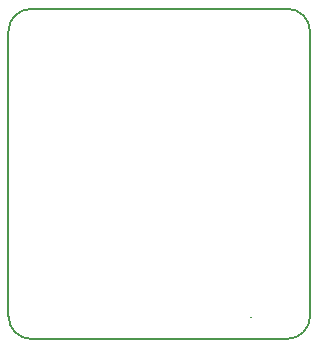
<source format=gbr>
G04 #@! TF.FileFunction,Profile,NP*
%FSLAX46Y46*%
G04 Gerber Fmt 4.6, Leading zero omitted, Abs format (unit mm)*
G04 Created by KiCad (PCBNEW 4.0.5) date 04/10/19 11:23:42*
%MOMM*%
%LPD*%
G01*
G04 APERTURE LIST*
%ADD10C,0.100000*%
%ADD11C,0.150000*%
G04 APERTURE END LIST*
D10*
D11*
X159261000Y-88835000D02*
X159251000Y-88835000D01*
X164236400Y-64643000D02*
G75*
G03X162331400Y-62738000I-1905000J0D01*
G01*
X138709400Y-88773000D02*
G75*
G03X140614400Y-90678000I1905000J0D01*
G01*
X140614400Y-62738000D02*
G75*
G03X138709400Y-64643000I0J-1905000D01*
G01*
X162331400Y-90678000D02*
G75*
G03X164236400Y-88773000I0J1905000D01*
G01*
X162331400Y-90678000D02*
X140614400Y-90678000D01*
X138709400Y-88773000D02*
X138709400Y-64643000D01*
X140614400Y-62738000D02*
X162331400Y-62738000D01*
X164236400Y-64643000D02*
X164236400Y-88773000D01*
X164236400Y-64643000D02*
X164236400Y-88773000D01*
X140614400Y-62738000D02*
X162331400Y-62738000D01*
X138709400Y-88773000D02*
X138709400Y-64643000D01*
X162331400Y-90678000D02*
X140614400Y-90678000D01*
X162331400Y-90678000D02*
G75*
G03X164236400Y-88773000I0J1905000D01*
G01*
X140614400Y-62738000D02*
G75*
G03X138709400Y-64643000I0J-1905000D01*
G01*
X138709400Y-88773000D02*
G75*
G03X140614400Y-90678000I1905000J0D01*
G01*
X164236400Y-64643000D02*
G75*
G03X162331400Y-62738000I-1905000J0D01*
G01*
M02*

</source>
